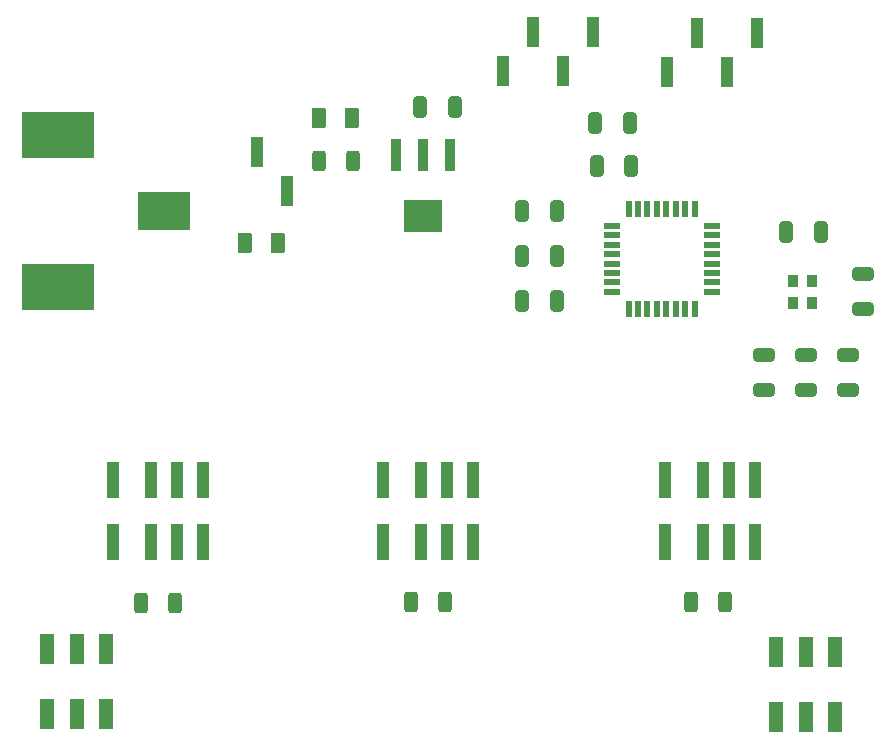
<source format=gbr>
%TF.GenerationSoftware,KiCad,Pcbnew,(6.0.7)*%
%TF.CreationDate,2023-04-05T20:56:44+02:00*%
%TF.ProjectId,rlc_meter,726c635f-6d65-4746-9572-2e6b69636164,rev?*%
%TF.SameCoordinates,Original*%
%TF.FileFunction,Paste,Top*%
%TF.FilePolarity,Positive*%
%FSLAX46Y46*%
G04 Gerber Fmt 4.6, Leading zero omitted, Abs format (unit mm)*
G04 Created by KiCad (PCBNEW (6.0.7)) date 2023-04-05 20:56:44*
%MOMM*%
%LPD*%
G01*
G04 APERTURE LIST*
G04 Aperture macros list*
%AMRoundRect*
0 Rectangle with rounded corners*
0 $1 Rounding radius*
0 $2 $3 $4 $5 $6 $7 $8 $9 X,Y pos of 4 corners*
0 Add a 4 corners polygon primitive as box body*
4,1,4,$2,$3,$4,$5,$6,$7,$8,$9,$2,$3,0*
0 Add four circle primitives for the rounded corners*
1,1,$1+$1,$2,$3*
1,1,$1+$1,$4,$5*
1,1,$1+$1,$6,$7*
1,1,$1+$1,$8,$9*
0 Add four rect primitives between the rounded corners*
20,1,$1+$1,$2,$3,$4,$5,0*
20,1,$1+$1,$4,$5,$6,$7,0*
20,1,$1+$1,$6,$7,$8,$9,0*
20,1,$1+$1,$8,$9,$2,$3,0*%
G04 Aperture macros list end*
%ADD10R,1.200000X2.500000*%
%ADD11R,1.110000X3.100000*%
%ADD12R,4.400000X3.300000*%
%ADD13R,6.200000X3.900000*%
%ADD14R,0.950000X2.750000*%
%ADD15R,3.250000X2.750000*%
%ADD16R,1.475000X0.600000*%
%ADD17R,0.600000X1.475000*%
%ADD18RoundRect,0.250000X-0.312500X-0.625000X0.312500X-0.625000X0.312500X0.625000X-0.312500X0.625000X0*%
%ADD19RoundRect,0.250000X0.325000X0.650000X-0.325000X0.650000X-0.325000X-0.650000X0.325000X-0.650000X0*%
%ADD20RoundRect,0.250000X0.312500X0.625000X-0.312500X0.625000X-0.312500X-0.625000X0.312500X-0.625000X0*%
%ADD21RoundRect,0.250000X0.375000X0.625000X-0.375000X0.625000X-0.375000X-0.625000X0.375000X-0.625000X0*%
%ADD22R,0.950000X1.000000*%
%ADD23RoundRect,0.250000X-0.650000X0.325000X-0.650000X-0.325000X0.650000X-0.325000X0.650000X0.325000X0*%
%ADD24R,1.000000X2.510000*%
%ADD25RoundRect,0.250000X0.650000X-0.325000X0.650000X0.325000X-0.650000X0.325000X-0.650000X-0.325000X0*%
%ADD26RoundRect,0.250000X-0.325000X-0.650000X0.325000X-0.650000X0.325000X0.650000X-0.325000X0.650000X0*%
%ADD27RoundRect,0.250000X-0.375000X-0.625000X0.375000X-0.625000X0.375000X0.625000X-0.375000X0.625000X0*%
G04 APERTURE END LIST*
D10*
%TO.C,S102*%
X162600000Y-152864000D03*
X165100000Y-152864000D03*
X167600000Y-152864000D03*
X167600000Y-147364000D03*
X165100000Y-147364000D03*
X162600000Y-147364000D03*
%TD*%
%TO.C,S101*%
X100878000Y-152610000D03*
X103378000Y-152610000D03*
X105878000Y-152610000D03*
X105878000Y-147110000D03*
X103378000Y-147110000D03*
X100878000Y-147110000D03*
%TD*%
D11*
%TO.C,K103*%
X106436000Y-138032000D03*
X109636000Y-138032000D03*
X111836000Y-138032000D03*
X114036000Y-138032000D03*
X114036000Y-132732000D03*
X111836000Y-132732000D03*
X109636000Y-132732000D03*
X106436000Y-132732000D03*
%TD*%
%TO.C,K102*%
X129296000Y-138032000D03*
X132496000Y-138032000D03*
X134696000Y-138032000D03*
X136896000Y-138032000D03*
X136896000Y-132732000D03*
X134696000Y-132732000D03*
X132496000Y-132732000D03*
X129296000Y-132732000D03*
%TD*%
%TO.C,K101*%
X153172000Y-138032000D03*
X156372000Y-138032000D03*
X158572000Y-138032000D03*
X160772000Y-138032000D03*
X160772000Y-132732000D03*
X158572000Y-132732000D03*
X156372000Y-132732000D03*
X153172000Y-132732000D03*
%TD*%
D12*
%TO.C,J103*%
X110744000Y-109982000D03*
D13*
X101794000Y-103532000D03*
X101794000Y-116432000D03*
%TD*%
D14*
%TO.C,IC102*%
X135025000Y-105250000D03*
X132725000Y-105250000D03*
X130425000Y-105250000D03*
D15*
X132725000Y-110450000D03*
%TD*%
D16*
%TO.C,IC101*%
X157146000Y-116846000D03*
X157146000Y-116046000D03*
X157146000Y-115246000D03*
X157146000Y-114446000D03*
X157146000Y-113646000D03*
X157146000Y-112846000D03*
X157146000Y-112046000D03*
X157146000Y-111246000D03*
D17*
X155708000Y-109808000D03*
X154908000Y-109808000D03*
X154108000Y-109808000D03*
X153308000Y-109808000D03*
X152508000Y-109808000D03*
X151708000Y-109808000D03*
X150908000Y-109808000D03*
X150108000Y-109808000D03*
D16*
X148670000Y-111246000D03*
X148670000Y-112046000D03*
X148670000Y-112846000D03*
X148670000Y-113646000D03*
X148670000Y-114446000D03*
X148670000Y-115246000D03*
X148670000Y-116046000D03*
X148670000Y-116846000D03*
D17*
X150108000Y-118284000D03*
X150908000Y-118284000D03*
X151708000Y-118284000D03*
X152508000Y-118284000D03*
X153308000Y-118284000D03*
X154108000Y-118284000D03*
X154908000Y-118284000D03*
X155708000Y-118284000D03*
%TD*%
D18*
%TO.C,R110*%
X108787500Y-143150000D03*
X111712500Y-143150000D03*
%TD*%
D19*
%TO.C,C107*%
X144018000Y-113792000D03*
X141068000Y-113792000D03*
%TD*%
D20*
%TO.C,R124*%
X126812500Y-105775000D03*
X123887500Y-105775000D03*
%TD*%
D19*
%TO.C,C105*%
X144018000Y-117602000D03*
X141068000Y-117602000D03*
%TD*%
D21*
%TO.C,D104*%
X126725000Y-102100000D03*
X123925000Y-102100000D03*
%TD*%
D22*
%TO.C,Y101*%
X164071000Y-115915000D03*
X164071000Y-117765000D03*
X165621000Y-117765000D03*
X165621000Y-115915000D03*
%TD*%
D18*
%TO.C,R104*%
X155387500Y-143100000D03*
X158312500Y-143100000D03*
%TD*%
D23*
%TO.C,C102*%
X165106000Y-122200000D03*
X165106000Y-125150000D03*
%TD*%
D24*
%TO.C,JP101*%
X118680000Y-104995000D03*
X121220000Y-108305000D03*
%TD*%
D23*
%TO.C,C101*%
X168662000Y-122200000D03*
X168662000Y-125150000D03*
%TD*%
D19*
%TO.C,C108*%
X144018000Y-109982000D03*
X141068000Y-109982000D03*
%TD*%
D25*
%TO.C,C106*%
X169926000Y-118315000D03*
X169926000Y-115365000D03*
%TD*%
D26*
%TO.C,C111*%
X132475000Y-101225000D03*
X135425000Y-101225000D03*
%TD*%
D24*
%TO.C,J102*%
X139490000Y-98155000D03*
X142030000Y-94845000D03*
X144570000Y-98155000D03*
X147110000Y-94845000D03*
%TD*%
D19*
%TO.C,C110*%
X150350000Y-106150000D03*
X147400000Y-106150000D03*
%TD*%
%TO.C,C109*%
X150250000Y-102500000D03*
X147300000Y-102500000D03*
%TD*%
D26*
%TO.C,C104*%
X163420000Y-111760000D03*
X166370000Y-111760000D03*
%TD*%
D18*
%TO.C,R107*%
X131662500Y-143125000D03*
X134587500Y-143125000D03*
%TD*%
D27*
%TO.C,F101*%
X117650000Y-112700000D03*
X120450000Y-112700000D03*
%TD*%
D23*
%TO.C,C103*%
X161550000Y-122200000D03*
X161550000Y-125150000D03*
%TD*%
D24*
%TO.C,J104*%
X153340000Y-98205000D03*
X155880000Y-94895000D03*
X158420000Y-98205000D03*
X160960000Y-94895000D03*
%TD*%
M02*

</source>
